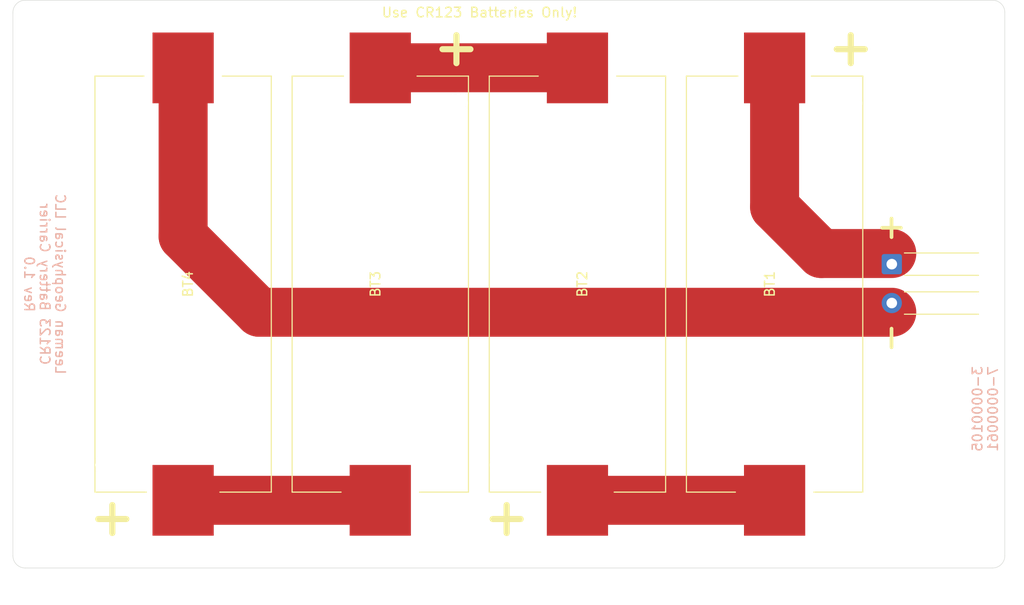
<source format=kicad_pcb>
(kicad_pcb (version 20171130) (host pcbnew "(5.1.7)-1")

  (general
    (thickness 1.6)
    (drawings 13)
    (tracks 11)
    (zones 0)
    (modules 10)
    (nets 6)
  )

  (page A4)
  (title_block
    (title "Battery Pack - NSSL EFM")
    (date 2020-12-18)
    (rev 1.0)
    (company "Leeman Geophysical LLC")
    (comment 1 "(479) 373-3736")
    (comment 2 "Siloam Springs, AR 72761")
    (comment 3 "850 South Lincoln St.")
  )

  (layers
    (0 F.Cu signal)
    (31 B.Cu signal)
    (32 B.Adhes user)
    (33 F.Adhes user)
    (34 B.Paste user)
    (35 F.Paste user)
    (36 B.SilkS user)
    (37 F.SilkS user)
    (38 B.Mask user)
    (39 F.Mask user)
    (40 Dwgs.User user)
    (41 Cmts.User user)
    (42 Eco1.User user)
    (43 Eco2.User user)
    (44 Edge.Cuts user)
    (45 Margin user)
    (46 B.CrtYd user)
    (47 F.CrtYd user)
    (48 B.Fab user)
    (49 F.Fab user)
  )

  (setup
    (last_trace_width 0.1524)
    (user_trace_width 0.1524)
    (user_trace_width 0.3048)
    (user_trace_width 0.508)
    (user_trace_width 2.54)
    (user_trace_width 3.81)
    (user_trace_width 5.08)
    (trace_clearance 0.1524)
    (zone_clearance 0.508)
    (zone_45_only no)
    (trace_min 0.1524)
    (via_size 0.508)
    (via_drill 0.254)
    (via_min_size 0.508)
    (via_min_drill 0.254)
    (user_via 0.508 0.254)
    (user_via 1.016 0.508)
    (uvia_size 0.508)
    (uvia_drill 0.254)
    (uvias_allowed no)
    (uvia_min_size 0.508)
    (uvia_min_drill 0.254)
    (edge_width 0.05)
    (segment_width 0.2)
    (pcb_text_width 0.3)
    (pcb_text_size 1.5 1.5)
    (mod_edge_width 0.12)
    (mod_text_size 1 1)
    (mod_text_width 0.15)
    (pad_size 2.1 2.1)
    (pad_drill 1.1)
    (pad_to_mask_clearance 0)
    (aux_axis_origin 0 0)
    (visible_elements 7FFFFFFF)
    (pcbplotparams
      (layerselection 0x010fc_ffffffff)
      (usegerberextensions false)
      (usegerberattributes false)
      (usegerberadvancedattributes false)
      (creategerberjobfile false)
      (excludeedgelayer true)
      (linewidth 0.100000)
      (plotframeref false)
      (viasonmask false)
      (mode 1)
      (useauxorigin false)
      (hpglpennumber 1)
      (hpglpenspeed 20)
      (hpglpendiameter 15.000000)
      (psnegative false)
      (psa4output false)
      (plotreference true)
      (plotvalue true)
      (plotinvisibletext false)
      (padsonsilk false)
      (subtractmaskfromsilk false)
      (outputformat 1)
      (mirror false)
      (drillshape 0)
      (scaleselection 1)
      (outputdirectory "../CR123_Battery_PCB/Production/GERBERS/"))
  )

  (net 0 "")
  (net 1 "Net-(BT1-Pad2)")
  (net 2 "Net-(BT1-Pad1)")
  (net 3 "Net-(BT2-Pad2)")
  (net 4 "Net-(BT3-Pad2)")
  (net 5 "Net-(BT4-Pad2)")

  (net_class Default "This is the default net class."
    (clearance 0.1524)
    (trace_width 0.1524)
    (via_dia 0.508)
    (via_drill 0.254)
    (uvia_dia 0.508)
    (uvia_drill 0.254)
    (diff_pair_width 0.1524)
    (diff_pair_gap 0.254)
    (add_net "Net-(BT1-Pad1)")
    (add_net "Net-(BT1-Pad2)")
    (add_net "Net-(BT2-Pad2)")
    (add_net "Net-(BT3-Pad2)")
    (add_net "Net-(BT4-Pad2)")
  )

  (module misc:barepcb (layer F.Cu) (tedit 5FDCBE64) (tstamp 6180DBA5)
    (at 147.066 130.048)
    (path /6182FA2C)
    (fp_text reference PCB1 (at 0 0.5) (layer Dwgs.User)
      (effects (font (size 1 1) (thickness 0.15)))
    )
    (fp_text value barepcb (at 0 -0.5) (layer F.Fab)
      (effects (font (size 1 1) (thickness 0.15)))
    )
    (fp_line (start -3.5 1.5) (end -3.5 -1.5) (layer F.CrtYd) (width 0.12))
    (fp_line (start 3.5 1.5) (end -3.5 1.5) (layer F.CrtYd) (width 0.12))
    (fp_line (start 3.5 -1.5) (end 3.5 1.5) (layer F.CrtYd) (width 0.12))
    (fp_line (start -3.5 -1.5) (end 3.5 -1.5) (layer F.CrtYd) (width 0.12))
  )

  (module batteries:1-0000782 (layer F.Cu) (tedit 61805AA9) (tstamp 6180BF22)
    (at 116.459 98.298 90)
    (descr "CR123 SMD Battery Holder")
    (tags "CR123 SMD Battery Holder")
    (path /61827888)
    (attr smd)
    (fp_text reference BT4 (at 0 0.5 90) (layer F.SilkS)
      (effects (font (size 1 1) (thickness 0.15)))
    )
    (fp_text value 1-0000782 (at 0 -0.5 90) (layer F.Fab)
      (effects (font (size 1 1) (thickness 0.15)))
    )
    (fp_line (start 21.59 9.144) (end -21.59 9.144) (layer F.SilkS) (width 0.12))
    (fp_line (start 21.59 4.064) (end 21.59 9.144) (layer F.SilkS) (width 0.12))
    (fp_line (start 21.59 -9.144) (end -21.59 -9.144) (layer F.SilkS) (width 0.12))
    (fp_line (start 21.59 -9.144) (end 21.59 -4.064) (layer F.SilkS) (width 0.12))
    (fp_line (start -21.59 -3.81) (end -21.59 -9.144) (layer F.SilkS) (width 0.12))
    (fp_line (start -21.59 9.144) (end -21.59 3.81) (layer F.SilkS) (width 0.12))
    (fp_line (start -27 -10) (end 27 -10) (layer F.CrtYd) (width 0.12))
    (fp_line (start 27 -10) (end 27 10) (layer F.CrtYd) (width 0.12))
    (fp_line (start 27 10) (end -27 10) (layer F.CrtYd) (width 0.12))
    (fp_line (start -27 10) (end -27 -10) (layer F.CrtYd) (width 0.12))
    (fp_text user + (at -24.384 -7.62 90) (layer F.SilkS)
      (effects (font (size 3.81 3.81) (thickness 0.635)))
    )
    (pad 1 smd rect (at -22.4409 0 90) (size 7.3406 6.35) (layers F.Cu F.Paste F.Mask)
      (net 4 "Net-(BT3-Pad2)"))
    (pad 2 smd rect (at 22.4409 0 90) (size 7.3406 6.35) (layers F.Cu F.Paste F.Mask)
      (net 5 "Net-(BT4-Pad2)"))
    (pad "" np_thru_hole circle (at -18.7706 -8.1026 90) (size 1.9812 1.9812) (drill 1.9812) (layers *.Cu *.Mask))
    (model ${LGEO_3D_DIR}/batteries/1-0000782.STEP
      (offset (xyz -26.6 40.6 -13.5))
      (scale (xyz 1 1 1))
      (rotate (xyz -90 0 0))
    )
  )

  (module np_connectors:SolderWire_1x02_Relief (layer F.Cu) (tedit 61805B8A) (tstamp 6180D078)
    (at 189.357 98.298 90)
    (descr "Soldered wire connection with feed through strain relief, for 2 times 0.5 mm² wires, basic insulation, conductor diameter 0.9mm, outer diameter 2.1mm, size source Multi-Contact FLEXI-E 0.5 (https://ec.staubli.com/AcroFiles/Catalogues/TM_Cab-Main-11014119_(en)_hi.pdf), bend radius 3 times outer diameter, generated with kicad-footprint-generator")
    (tags "connector wire 0.5sqmm strain-relief")
    (path /61828469)
    (attr virtual)
    (fp_text reference J1 (at 0 5.969 180) (layer F.SilkS) hide
      (effects (font (size 1 1) (thickness 0.15)))
    )
    (fp_text value NP_Conn_01x02_Relief (at 0.254 13.462 90) (layer F.Fab)
      (effects (font (size 1 1) (thickness 0.15)))
    )
    (fp_line (start 0.912 1.906) (end 0.912 9.596) (layer F.SilkS) (width 0.12))
    (fp_line (start 3.122 0.596) (end 3.122 10.296) (layer F.Fab) (width 0.1))
    (fp_line (start 1.022 0.596) (end 1.022 10.296) (layer F.Fab) (width 0.1))
    (fp_circle (center -1.964 10.296) (end -0.914 10.296) (layer F.Fab) (width 0.1))
    (fp_line (start -0.804 1.906) (end -0.804 9.596) (layer F.SilkS) (width 0.12))
    (fp_circle (center 2.072 10.296) (end 3.122 10.296) (layer F.Fab) (width 0.1))
    (fp_line (start -0.914 0.596) (end -0.914 10.296) (layer F.Fab) (width 0.1))
    (fp_line (start 3.232 1.906) (end 3.232 9.596) (layer F.SilkS) (width 0.12))
    (fp_circle (center 2.072 0.596) (end 3.122 0.596) (layer F.Fab) (width 0.1))
    (fp_circle (center -1.964 0.596) (end -0.914 0.596) (layer F.Fab) (width 0.1))
    (fp_line (start -3.124 1.906) (end -3.124 9.596) (layer F.SilkS) (width 0.12))
    (fp_line (start -3.014 0.596) (end -3.014 10.296) (layer F.Fab) (width 0.1))
    (fp_line (start -3.764 -0.954) (end 3.872 -0.954) (layer F.CrtYd) (width 0.12))
    (fp_line (start 3.872 -0.954) (end 3.872 12.096) (layer F.CrtYd) (width 0.12))
    (fp_line (start 3.872 12.096) (end -3.764 12.096) (layer F.CrtYd) (width 0.12))
    (fp_line (start -3.764 12.096) (end -3.764 -0.954) (layer F.CrtYd) (width 0.12))
    (pad "" np_thru_hole circle (at -1.964 10.296 90) (size 2.6 2.6) (drill 2.6) (layers *.Cu *.Mask))
    (pad 2 thru_hole circle (at -1.964 0.596 90) (size 2.1 2.1) (drill 1.1) (layers *.Cu *.Mask)
      (net 5 "Net-(BT4-Pad2)"))
    (pad 1 thru_hole roundrect (at 2.072 0.596 90) (size 2.1 2.1) (drill 1.1) (layers *.Cu *.Mask) (roundrect_rratio 0.119)
      (net 2 "Net-(BT1-Pad1)"))
    (pad "" np_thru_hole circle (at 2.072 10.296 90) (size 2.6 2.6) (drill 2.6) (layers *.Cu *.Mask))
  )

  (module batteries:1-0000782 (layer F.Cu) (tedit 61805382) (tstamp 6180BF10)
    (at 136.906 98.298 270)
    (descr "CR123 SMD Battery Holder")
    (tags "CR123 SMD Battery Holder")
    (path /6182739D)
    (attr smd)
    (fp_text reference BT3 (at 0 0.5 90) (layer F.SilkS)
      (effects (font (size 1 1) (thickness 0.15)))
    )
    (fp_text value 1-0000782 (at 0 -0.5 90) (layer F.Fab)
      (effects (font (size 1 1) (thickness 0.15)))
    )
    (fp_line (start -27 10) (end -27 -10) (layer F.CrtYd) (width 0.12))
    (fp_line (start 27 10) (end -27 10) (layer F.CrtYd) (width 0.12))
    (fp_line (start 27 -10) (end 27 10) (layer F.CrtYd) (width 0.12))
    (fp_line (start -27 -10) (end 27 -10) (layer F.CrtYd) (width 0.12))
    (fp_line (start -21.59 9.144) (end -21.59 3.81) (layer F.SilkS) (width 0.12))
    (fp_line (start -21.59 -3.81) (end -21.59 -9.144) (layer F.SilkS) (width 0.12))
    (fp_line (start 21.59 -9.144) (end 21.59 -4.064) (layer F.SilkS) (width 0.12))
    (fp_line (start 21.59 -9.144) (end -21.59 -9.144) (layer F.SilkS) (width 0.12))
    (fp_line (start 21.59 4.064) (end 21.59 9.144) (layer F.SilkS) (width 0.12))
    (fp_line (start 21.59 9.144) (end -21.59 9.144) (layer F.SilkS) (width 0.12))
    (fp_text user + (at -24.384 -7.62 90) (layer F.SilkS)
      (effects (font (size 3.81 3.81) (thickness 0.635)))
    )
    (pad "" np_thru_hole circle (at -18.7706 -8.1026 270) (size 1.9812 1.9812) (drill 1.9812) (layers *.Cu *.Mask))
    (pad 2 smd rect (at 22.4409 0 270) (size 7.3406 6.35) (layers F.Cu F.Paste F.Mask)
      (net 4 "Net-(BT3-Pad2)"))
    (pad 1 smd rect (at -22.4409 0 270) (size 7.3406 6.35) (layers F.Cu F.Paste F.Mask)
      (net 3 "Net-(BT2-Pad2)"))
    (model ${LGEO_3D_DIR}/batteries/1-0000782.STEP
      (offset (xyz -26.6 40.6 -13.5))
      (scale (xyz 1 1 1))
      (rotate (xyz -90 0 0))
    )
  )

  (module batteries:1-0000782 (layer F.Cu) (tedit 61805382) (tstamp 6180BEFE)
    (at 157.353 98.298 90)
    (descr "CR123 SMD Battery Holder")
    (tags "CR123 SMD Battery Holder")
    (path /61826E8A)
    (attr smd)
    (fp_text reference BT2 (at 0 0.5 90) (layer F.SilkS)
      (effects (font (size 1 1) (thickness 0.15)))
    )
    (fp_text value 1-0000782 (at 0 -0.5 90) (layer F.Fab)
      (effects (font (size 1 1) (thickness 0.15)))
    )
    (fp_line (start -27 10) (end -27 -10) (layer F.CrtYd) (width 0.12))
    (fp_line (start 27 10) (end -27 10) (layer F.CrtYd) (width 0.12))
    (fp_line (start 27 -10) (end 27 10) (layer F.CrtYd) (width 0.12))
    (fp_line (start -27 -10) (end 27 -10) (layer F.CrtYd) (width 0.12))
    (fp_line (start -21.59 9.144) (end -21.59 3.81) (layer F.SilkS) (width 0.12))
    (fp_line (start -21.59 -3.81) (end -21.59 -9.144) (layer F.SilkS) (width 0.12))
    (fp_line (start 21.59 -9.144) (end 21.59 -4.064) (layer F.SilkS) (width 0.12))
    (fp_line (start 21.59 -9.144) (end -21.59 -9.144) (layer F.SilkS) (width 0.12))
    (fp_line (start 21.59 4.064) (end 21.59 9.144) (layer F.SilkS) (width 0.12))
    (fp_line (start 21.59 9.144) (end -21.59 9.144) (layer F.SilkS) (width 0.12))
    (fp_text user + (at -24.384 -7.62 90) (layer F.SilkS)
      (effects (font (size 3.81 3.81) (thickness 0.635)))
    )
    (pad "" np_thru_hole circle (at -18.7706 -8.1026 90) (size 1.9812 1.9812) (drill 1.9812) (layers *.Cu *.Mask))
    (pad 2 smd rect (at 22.4409 0 90) (size 7.3406 6.35) (layers F.Cu F.Paste F.Mask)
      (net 3 "Net-(BT2-Pad2)"))
    (pad 1 smd rect (at -22.4409 0 90) (size 7.3406 6.35) (layers F.Cu F.Paste F.Mask)
      (net 1 "Net-(BT1-Pad2)"))
    (model ${LGEO_3D_DIR}/batteries/1-0000782.STEP
      (offset (xyz -26.6 40.6 -13.5))
      (scale (xyz 1 1 1))
      (rotate (xyz -90 0 0))
    )
  )

  (module batteries:1-0000782 (layer F.Cu) (tedit 61805382) (tstamp 6180BEEC)
    (at 177.8 98.298 270)
    (descr "CR123 SMD Battery Holder")
    (tags "CR123 SMD Battery Holder")
    (path /6181E10A)
    (attr smd)
    (fp_text reference BT1 (at 0 0.5 90) (layer F.SilkS)
      (effects (font (size 1 1) (thickness 0.15)))
    )
    (fp_text value 1-0000782 (at 0 -0.5 90) (layer F.Fab)
      (effects (font (size 1 1) (thickness 0.15)))
    )
    (fp_line (start -27 10) (end -27 -10) (layer F.CrtYd) (width 0.12))
    (fp_line (start 27 10) (end -27 10) (layer F.CrtYd) (width 0.12))
    (fp_line (start 27 -10) (end 27 10) (layer F.CrtYd) (width 0.12))
    (fp_line (start -27 -10) (end 27 -10) (layer F.CrtYd) (width 0.12))
    (fp_line (start -21.59 9.144) (end -21.59 3.81) (layer F.SilkS) (width 0.12))
    (fp_line (start -21.59 -3.81) (end -21.59 -9.144) (layer F.SilkS) (width 0.12))
    (fp_line (start 21.59 -9.144) (end 21.59 -4.064) (layer F.SilkS) (width 0.12))
    (fp_line (start 21.59 -9.144) (end -21.59 -9.144) (layer F.SilkS) (width 0.12))
    (fp_line (start 21.59 4.064) (end 21.59 9.144) (layer F.SilkS) (width 0.12))
    (fp_line (start 21.59 9.144) (end -21.59 9.144) (layer F.SilkS) (width 0.12))
    (fp_text user + (at -24.384 -7.62 90) (layer F.SilkS)
      (effects (font (size 3.81 3.81) (thickness 0.635)))
    )
    (pad "" np_thru_hole circle (at -18.7706 -8.1026 270) (size 1.9812 1.9812) (drill 1.9812) (layers *.Cu *.Mask))
    (pad 2 smd rect (at 22.4409 0 270) (size 7.3406 6.35) (layers F.Cu F.Paste F.Mask)
      (net 1 "Net-(BT1-Pad2)"))
    (pad 1 smd rect (at -22.4409 0 270) (size 7.3406 6.35) (layers F.Cu F.Paste F.Mask)
      (net 2 "Net-(BT1-Pad1)"))
    (model ${LGEO_3D_DIR}/batteries/1-0000782.STEP
      (offset (xyz -26.6 40.6 -13.5))
      (scale (xyz 1 1 1))
      (rotate (xyz -90 0 0))
    )
  )

  (module Mounting_Holes:MountingHole_3.2mm_M3_ISO7380 locked (layer F.Cu) (tedit 56D1B4CB) (tstamp 5DDD7FDD)
    (at 102.616 72.644)
    (descr "Mounting Hole 3.2mm, no annular, M3, ISO7380")
    (tags "mounting hole 3.2mm no annular m3 iso7380")
    (path /5DFA9DBE)
    (attr virtual)
    (fp_text reference H1 (at 0 -3.85) (layer F.SilkS) hide
      (effects (font (size 1 1) (thickness 0.15)))
    )
    (fp_text value MountingHole (at 0 3.85) (layer F.Fab)
      (effects (font (size 1 1) (thickness 0.15)))
    )
    (fp_circle (center 0 0) (end 2.85 0) (layer Cmts.User) (width 0.15))
    (fp_circle (center 0 0) (end 3.1 0) (layer F.CrtYd) (width 0.05))
    (fp_text user %R (at 0.3 0) (layer F.Fab)
      (effects (font (size 1 1) (thickness 0.15)))
    )
    (pad 1 np_thru_hole circle (at 0 0) (size 3.2 3.2) (drill 3.2) (layers *.Cu *.Mask))
  )

  (module Mounting_Holes:MountingHole_3.2mm_M3_ISO7380 locked (layer F.Cu) (tedit 56D1B4CB) (tstamp 5DDD7D4C)
    (at 102.616 123.952)
    (descr "Mounting Hole 3.2mm, no annular, M3, ISO7380")
    (tags "mounting hole 3.2mm no annular m3 iso7380")
    (path /5DFAA833)
    (attr virtual)
    (fp_text reference H2 (at 0 -3.85) (layer F.SilkS) hide
      (effects (font (size 1 1) (thickness 0.15)))
    )
    (fp_text value MountingHole (at 0 3.85) (layer F.Fab)
      (effects (font (size 1 1) (thickness 0.15)))
    )
    (fp_circle (center 0 0) (end 3.1 0) (layer F.CrtYd) (width 0.05))
    (fp_circle (center 0 0) (end 2.85 0) (layer Cmts.User) (width 0.15))
    (fp_text user %R (at 0.3 0) (layer F.Fab)
      (effects (font (size 1 1) (thickness 0.15)))
    )
    (pad 1 np_thru_hole circle (at 0 0) (size 3.2 3.2) (drill 3.2) (layers *.Cu *.Mask))
  )

  (module Mounting_Holes:MountingHole_3.2mm_M3_ISO7380 locked (layer F.Cu) (tedit 56D1B4CB) (tstamp 6180CD9D)
    (at 197.866 72.644)
    (descr "Mounting Hole 3.2mm, no annular, M3, ISO7380")
    (tags "mounting hole 3.2mm no annular m3 iso7380")
    (path /5DFAB149)
    (attr virtual)
    (fp_text reference H3 (at 0 -3.85) (layer F.SilkS) hide
      (effects (font (size 1 1) (thickness 0.15)))
    )
    (fp_text value MountingHole (at 0 3.85) (layer F.Fab)
      (effects (font (size 1 1) (thickness 0.15)))
    )
    (fp_circle (center 0 0) (end 2.85 0) (layer Cmts.User) (width 0.15))
    (fp_circle (center 0 0) (end 3.1 0) (layer F.CrtYd) (width 0.05))
    (fp_text user %R (at 0.3 0) (layer F.Fab)
      (effects (font (size 1 1) (thickness 0.15)))
    )
    (pad 1 np_thru_hole circle (at 0 0) (size 3.2 3.2) (drill 3.2) (layers *.Cu *.Mask))
  )

  (module Mounting_Holes:MountingHole_3.2mm_M3_ISO7380 locked (layer F.Cu) (tedit 56D1B4CB) (tstamp 6180CCEE)
    (at 197.866 123.952)
    (descr "Mounting Hole 3.2mm, no annular, M3, ISO7380")
    (tags "mounting hole 3.2mm no annular m3 iso7380")
    (path /5DFAB151)
    (attr virtual)
    (fp_text reference H4 (at 0 -3.85) (layer F.SilkS) hide
      (effects (font (size 1 1) (thickness 0.15)))
    )
    (fp_text value MountingHole (at 0 3.85) (layer F.Fab)
      (effects (font (size 1 1) (thickness 0.15)))
    )
    (fp_circle (center 0 0) (end 3.1 0) (layer F.CrtYd) (width 0.05))
    (fp_circle (center 0 0) (end 2.85 0) (layer Cmts.User) (width 0.15))
    (fp_text user %R (at 0.3 0) (layer F.Fab)
      (effects (font (size 1 1) (thickness 0.15)))
    )
    (pad 1 np_thru_hole circle (at 0 0) (size 3.2 3.2) (drill 3.2) (layers *.Cu *.Mask))
  )

  (gr_text "3-0000105\n7-0000061" (at 199.644 111.252 90) (layer B.SilkS)
    (effects (font (size 1 1) (thickness 0.15)) (justify mirror))
  )
  (gr_arc (start 100.076 70.104) (end 100.076 68.834) (angle -90) (layer Edge.Cuts) (width 0.05) (tstamp 6180CFE7))
  (gr_arc (start 100.076 126.492) (end 98.806 126.492) (angle -90) (layer Edge.Cuts) (width 0.05) (tstamp 6180CFE7))
  (gr_arc (start 200.406 126.492) (end 200.406 127.762) (angle -90) (layer Edge.Cuts) (width 0.05) (tstamp 6180CFE7))
  (gr_arc (start 200.406 70.104) (end 201.676 70.104) (angle -90) (layer Edge.Cuts) (width 0.05))
  (gr_line (start 98.806 70.104) (end 98.806 126.492) (layer Edge.Cuts) (width 0.05) (tstamp 6180CDB5))
  (gr_line (start 100.076 127.762) (end 200.406 127.762) (layer Edge.Cuts) (width 0.05) (tstamp 6180CECF))
  (gr_line (start 200.406 68.834) (end 100.076 68.834) (layer Edge.Cuts) (width 0.05))
  (gr_line (start 201.676 126.492) (end 201.676 70.104) (layer Edge.Cuts) (width 0.05))
  (gr_text + (at 189.738 92.456 90) (layer F.SilkS) (tstamp 6180CC41)
    (effects (font (size 2.54 2.54) (thickness 0.381)))
  )
  (gr_text - (at 189.738 103.886 90) (layer F.SilkS) (tstamp 6180D024)
    (effects (font (size 2.54 2.54) (thickness 0.381)))
  )
  (gr_text "Leeman Geophysical LLC\nCR123 Battery Carrier\nRev 1.0\n" (at 102.108 98.298 270) (layer B.SilkS)
    (effects (font (size 1 1) (thickness 0.15)) (justify mirror))
  )
  (gr_text "Use CR123 Batteries Only!" (at 147.193 70.104) (layer F.SilkS)
    (effects (font (size 1 1) (thickness 0.15)))
  )

  (segment (start 177.8 120.7389) (end 157.353 120.7389) (width 5.08) (layer F.Cu) (net 1) (status 30))
  (segment (start 177.8 90.297) (end 182.626 95.123) (width 5.08) (layer F.Cu) (net 2))
  (segment (start 177.8 75.8571) (end 177.8 90.297) (width 5.08) (layer F.Cu) (net 2) (status 10))
  (segment (start 182.626 95.123) (end 189.953 95.123) (width 5.08) (layer F.Cu) (net 2))
  (segment (start 136.918701 75.844399) (end 136.906 75.8571) (width 5.08) (layer F.Cu) (net 3) (status 30))
  (segment (start 157.340299 75.844399) (end 136.918701 75.844399) (width 5.08) (layer F.Cu) (net 3) (status 30))
  (segment (start 157.353 75.8571) (end 157.340299 75.844399) (width 5.08) (layer F.Cu) (net 3) (status 30))
  (segment (start 136.906 120.7389) (end 116.459 120.7389) (width 5.08) (layer F.Cu) (net 4) (status 30))
  (segment (start 116.459 93.345) (end 124.333 101.219) (width 5.08) (layer F.Cu) (net 5))
  (segment (start 116.459 75.8571) (end 116.459 93.345) (width 5.08) (layer F.Cu) (net 5) (status 10))
  (segment (start 124.333 101.219) (end 189.953 101.219) (width 5.08) (layer F.Cu) (net 5) (status 20))

)

</source>
